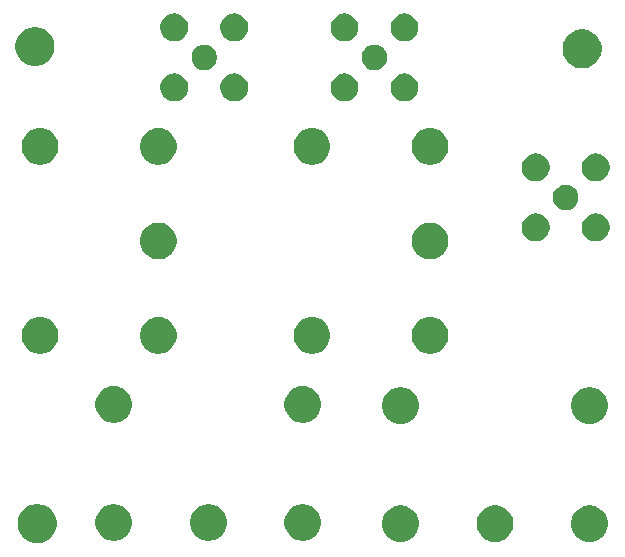
<source format=gbr>
G04 #@! TF.GenerationSoftware,KiCad,Pcbnew,(5.1.5)-3*
G04 #@! TF.CreationDate,2020-09-02T12:15:22+02:00*
G04 #@! TF.ProjectId,mixer,6d697865-722e-46b6-9963-61645f706362,rev?*
G04 #@! TF.SameCoordinates,Original*
G04 #@! TF.FileFunction,Soldermask,Bot*
G04 #@! TF.FilePolarity,Negative*
%FSLAX46Y46*%
G04 Gerber Fmt 4.6, Leading zero omitted, Abs format (unit mm)*
G04 Created by KiCad (PCBNEW (5.1.5)-3) date 2020-09-02 12:15:22*
%MOMM*%
%LPD*%
G04 APERTURE LIST*
%ADD10C,0.100000*%
G04 APERTURE END LIST*
D10*
G36*
X63694916Y-116978818D02*
G01*
X63801239Y-116999967D01*
X63920194Y-117049240D01*
X64082674Y-117116541D01*
X64101702Y-117124423D01*
X64372111Y-117305105D01*
X64602075Y-117535069D01*
X64782757Y-117805478D01*
X64907213Y-118105941D01*
X64970660Y-118424911D01*
X64970660Y-118750129D01*
X64907213Y-119069099D01*
X64782757Y-119369562D01*
X64602075Y-119639971D01*
X64372111Y-119869935D01*
X64101702Y-120050617D01*
X63801239Y-120175073D01*
X63694916Y-120196222D01*
X63482271Y-120238520D01*
X63157049Y-120238520D01*
X62944404Y-120196222D01*
X62838081Y-120175073D01*
X62537618Y-120050617D01*
X62267209Y-119869935D01*
X62037245Y-119639971D01*
X61856563Y-119369562D01*
X61732107Y-119069099D01*
X61668660Y-118750129D01*
X61668660Y-118424911D01*
X61732107Y-118105941D01*
X61856563Y-117805478D01*
X62037245Y-117535069D01*
X62267209Y-117305105D01*
X62537618Y-117124423D01*
X62556647Y-117116541D01*
X62719126Y-117049240D01*
X62838081Y-116999967D01*
X62944404Y-116978818D01*
X63157049Y-116936520D01*
X63482271Y-116936520D01*
X63694916Y-116978818D01*
G37*
G36*
X110388725Y-117079042D02*
G01*
X110538550Y-117108844D01*
X110820814Y-117225761D01*
X111074845Y-117395499D01*
X111290881Y-117611535D01*
X111460619Y-117865566D01*
X111577536Y-118147830D01*
X111577536Y-118147831D01*
X111632651Y-118424909D01*
X111637140Y-118447480D01*
X111637140Y-118753000D01*
X111577536Y-119052650D01*
X111460619Y-119334914D01*
X111290881Y-119588945D01*
X111074845Y-119804981D01*
X110820814Y-119974719D01*
X110538550Y-120091636D01*
X110388725Y-120121438D01*
X110238901Y-120151240D01*
X109933379Y-120151240D01*
X109783555Y-120121438D01*
X109633730Y-120091636D01*
X109351466Y-119974719D01*
X109097435Y-119804981D01*
X108881399Y-119588945D01*
X108711661Y-119334914D01*
X108594744Y-119052650D01*
X108535140Y-118753000D01*
X108535140Y-118447480D01*
X108539630Y-118424909D01*
X108594744Y-118147831D01*
X108594744Y-118147830D01*
X108711661Y-117865566D01*
X108881399Y-117611535D01*
X109097435Y-117395499D01*
X109351466Y-117225761D01*
X109633730Y-117108844D01*
X109783555Y-117079042D01*
X109933379Y-117049240D01*
X110238901Y-117049240D01*
X110388725Y-117079042D01*
G37*
G36*
X94388725Y-117079042D02*
G01*
X94538550Y-117108844D01*
X94820814Y-117225761D01*
X95074845Y-117395499D01*
X95290881Y-117611535D01*
X95460619Y-117865566D01*
X95577536Y-118147830D01*
X95577536Y-118147831D01*
X95632651Y-118424909D01*
X95637140Y-118447480D01*
X95637140Y-118753000D01*
X95577536Y-119052650D01*
X95460619Y-119334914D01*
X95290881Y-119588945D01*
X95074845Y-119804981D01*
X94820814Y-119974719D01*
X94538550Y-120091636D01*
X94388725Y-120121438D01*
X94238901Y-120151240D01*
X93933379Y-120151240D01*
X93783555Y-120121438D01*
X93633730Y-120091636D01*
X93351466Y-119974719D01*
X93097435Y-119804981D01*
X92881399Y-119588945D01*
X92711661Y-119334914D01*
X92594744Y-119052650D01*
X92535140Y-118753000D01*
X92535140Y-118447480D01*
X92539630Y-118424909D01*
X92594744Y-118147831D01*
X92594744Y-118147830D01*
X92711661Y-117865566D01*
X92881399Y-117611535D01*
X93097435Y-117395499D01*
X93351466Y-117225761D01*
X93633730Y-117108844D01*
X93783555Y-117079042D01*
X93933379Y-117049240D01*
X94238901Y-117049240D01*
X94388725Y-117079042D01*
G37*
G36*
X102388725Y-117079042D02*
G01*
X102538550Y-117108844D01*
X102820814Y-117225761D01*
X103074845Y-117395499D01*
X103290881Y-117611535D01*
X103460619Y-117865566D01*
X103577536Y-118147830D01*
X103577536Y-118147831D01*
X103632651Y-118424909D01*
X103637140Y-118447480D01*
X103637140Y-118753000D01*
X103577536Y-119052650D01*
X103460619Y-119334914D01*
X103290881Y-119588945D01*
X103074845Y-119804981D01*
X102820814Y-119974719D01*
X102538550Y-120091636D01*
X102388725Y-120121438D01*
X102238901Y-120151240D01*
X101933379Y-120151240D01*
X101783555Y-120121438D01*
X101633730Y-120091636D01*
X101351466Y-119974719D01*
X101097435Y-119804981D01*
X100881399Y-119588945D01*
X100711661Y-119334914D01*
X100594744Y-119052650D01*
X100535140Y-118753000D01*
X100535140Y-118447480D01*
X100539630Y-118424909D01*
X100594744Y-118147831D01*
X100594744Y-118147830D01*
X100711661Y-117865566D01*
X100881399Y-117611535D01*
X101097435Y-117395499D01*
X101351466Y-117225761D01*
X101633730Y-117108844D01*
X101783555Y-117079042D01*
X101933379Y-117049240D01*
X102238901Y-117049240D01*
X102388725Y-117079042D01*
G37*
G36*
X70116485Y-116969822D02*
G01*
X70266310Y-116999624D01*
X70548574Y-117116541D01*
X70802605Y-117286279D01*
X71018641Y-117502315D01*
X71188379Y-117756346D01*
X71305296Y-118038610D01*
X71364900Y-118338260D01*
X71364900Y-118643780D01*
X71305296Y-118943430D01*
X71188379Y-119225694D01*
X71018641Y-119479725D01*
X70802605Y-119695761D01*
X70548574Y-119865499D01*
X70266310Y-119982416D01*
X70116485Y-120012218D01*
X69966661Y-120042020D01*
X69661139Y-120042020D01*
X69511315Y-120012218D01*
X69361490Y-119982416D01*
X69079226Y-119865499D01*
X68825195Y-119695761D01*
X68609159Y-119479725D01*
X68439421Y-119225694D01*
X68322504Y-118943430D01*
X68262900Y-118643780D01*
X68262900Y-118338260D01*
X68322504Y-118038610D01*
X68439421Y-117756346D01*
X68609159Y-117502315D01*
X68825195Y-117286279D01*
X69079226Y-117116541D01*
X69361490Y-116999624D01*
X69511315Y-116969822D01*
X69661139Y-116940020D01*
X69966661Y-116940020D01*
X70116485Y-116969822D01*
G37*
G36*
X86116485Y-116969822D02*
G01*
X86266310Y-116999624D01*
X86548574Y-117116541D01*
X86802605Y-117286279D01*
X87018641Y-117502315D01*
X87188379Y-117756346D01*
X87305296Y-118038610D01*
X87364900Y-118338260D01*
X87364900Y-118643780D01*
X87305296Y-118943430D01*
X87188379Y-119225694D01*
X87018641Y-119479725D01*
X86802605Y-119695761D01*
X86548574Y-119865499D01*
X86266310Y-119982416D01*
X86116485Y-120012218D01*
X85966661Y-120042020D01*
X85661139Y-120042020D01*
X85511315Y-120012218D01*
X85361490Y-119982416D01*
X85079226Y-119865499D01*
X84825195Y-119695761D01*
X84609159Y-119479725D01*
X84439421Y-119225694D01*
X84322504Y-118943430D01*
X84262900Y-118643780D01*
X84262900Y-118338260D01*
X84322504Y-118038610D01*
X84439421Y-117756346D01*
X84609159Y-117502315D01*
X84825195Y-117286279D01*
X85079226Y-117116541D01*
X85361490Y-116999624D01*
X85511315Y-116969822D01*
X85661139Y-116940020D01*
X85966661Y-116940020D01*
X86116485Y-116969822D01*
G37*
G36*
X78116485Y-116969822D02*
G01*
X78266310Y-116999624D01*
X78548574Y-117116541D01*
X78802605Y-117286279D01*
X79018641Y-117502315D01*
X79188379Y-117756346D01*
X79305296Y-118038610D01*
X79364900Y-118338260D01*
X79364900Y-118643780D01*
X79305296Y-118943430D01*
X79188379Y-119225694D01*
X79018641Y-119479725D01*
X78802605Y-119695761D01*
X78548574Y-119865499D01*
X78266310Y-119982416D01*
X78116485Y-120012218D01*
X77966661Y-120042020D01*
X77661139Y-120042020D01*
X77511315Y-120012218D01*
X77361490Y-119982416D01*
X77079226Y-119865499D01*
X76825195Y-119695761D01*
X76609159Y-119479725D01*
X76439421Y-119225694D01*
X76322504Y-118943430D01*
X76262900Y-118643780D01*
X76262900Y-118338260D01*
X76322504Y-118038610D01*
X76439421Y-117756346D01*
X76609159Y-117502315D01*
X76825195Y-117286279D01*
X77079226Y-117116541D01*
X77361490Y-116999624D01*
X77511315Y-116969822D01*
X77661139Y-116940020D01*
X77966661Y-116940020D01*
X78116485Y-116969822D01*
G37*
G36*
X110388725Y-107079042D02*
G01*
X110538550Y-107108844D01*
X110820814Y-107225761D01*
X111074845Y-107395499D01*
X111290881Y-107611535D01*
X111460619Y-107865566D01*
X111577536Y-108147830D01*
X111637140Y-108447480D01*
X111637140Y-108753000D01*
X111577536Y-109052650D01*
X111460619Y-109334914D01*
X111290881Y-109588945D01*
X111074845Y-109804981D01*
X110820814Y-109974719D01*
X110538550Y-110091636D01*
X110388725Y-110121438D01*
X110238901Y-110151240D01*
X109933379Y-110151240D01*
X109783555Y-110121438D01*
X109633730Y-110091636D01*
X109351466Y-109974719D01*
X109097435Y-109804981D01*
X108881399Y-109588945D01*
X108711661Y-109334914D01*
X108594744Y-109052650D01*
X108535140Y-108753000D01*
X108535140Y-108447480D01*
X108594744Y-108147830D01*
X108711661Y-107865566D01*
X108881399Y-107611535D01*
X109097435Y-107395499D01*
X109351466Y-107225761D01*
X109633730Y-107108844D01*
X109783555Y-107079042D01*
X109933379Y-107049240D01*
X110238901Y-107049240D01*
X110388725Y-107079042D01*
G37*
G36*
X94388725Y-107079042D02*
G01*
X94538550Y-107108844D01*
X94820814Y-107225761D01*
X95074845Y-107395499D01*
X95290881Y-107611535D01*
X95460619Y-107865566D01*
X95577536Y-108147830D01*
X95637140Y-108447480D01*
X95637140Y-108753000D01*
X95577536Y-109052650D01*
X95460619Y-109334914D01*
X95290881Y-109588945D01*
X95074845Y-109804981D01*
X94820814Y-109974719D01*
X94538550Y-110091636D01*
X94388725Y-110121438D01*
X94238901Y-110151240D01*
X93933379Y-110151240D01*
X93783555Y-110121438D01*
X93633730Y-110091636D01*
X93351466Y-109974719D01*
X93097435Y-109804981D01*
X92881399Y-109588945D01*
X92711661Y-109334914D01*
X92594744Y-109052650D01*
X92535140Y-108753000D01*
X92535140Y-108447480D01*
X92594744Y-108147830D01*
X92711661Y-107865566D01*
X92881399Y-107611535D01*
X93097435Y-107395499D01*
X93351466Y-107225761D01*
X93633730Y-107108844D01*
X93783555Y-107079042D01*
X93933379Y-107049240D01*
X94238901Y-107049240D01*
X94388725Y-107079042D01*
G37*
G36*
X70116485Y-106969822D02*
G01*
X70266310Y-106999624D01*
X70548574Y-107116541D01*
X70802605Y-107286279D01*
X71018641Y-107502315D01*
X71188379Y-107756346D01*
X71305296Y-108038610D01*
X71364900Y-108338260D01*
X71364900Y-108643780D01*
X71305296Y-108943430D01*
X71188379Y-109225694D01*
X71018641Y-109479725D01*
X70802605Y-109695761D01*
X70548574Y-109865499D01*
X70266310Y-109982416D01*
X70116485Y-110012218D01*
X69966661Y-110042020D01*
X69661139Y-110042020D01*
X69511315Y-110012218D01*
X69361490Y-109982416D01*
X69079226Y-109865499D01*
X68825195Y-109695761D01*
X68609159Y-109479725D01*
X68439421Y-109225694D01*
X68322504Y-108943430D01*
X68262900Y-108643780D01*
X68262900Y-108338260D01*
X68322504Y-108038610D01*
X68439421Y-107756346D01*
X68609159Y-107502315D01*
X68825195Y-107286279D01*
X69079226Y-107116541D01*
X69361490Y-106999624D01*
X69511315Y-106969822D01*
X69661139Y-106940020D01*
X69966661Y-106940020D01*
X70116485Y-106969822D01*
G37*
G36*
X86116485Y-106969822D02*
G01*
X86266310Y-106999624D01*
X86548574Y-107116541D01*
X86802605Y-107286279D01*
X87018641Y-107502315D01*
X87188379Y-107756346D01*
X87305296Y-108038610D01*
X87364900Y-108338260D01*
X87364900Y-108643780D01*
X87305296Y-108943430D01*
X87188379Y-109225694D01*
X87018641Y-109479725D01*
X86802605Y-109695761D01*
X86548574Y-109865499D01*
X86266310Y-109982416D01*
X86116485Y-110012218D01*
X85966661Y-110042020D01*
X85661139Y-110042020D01*
X85511315Y-110012218D01*
X85361490Y-109982416D01*
X85079226Y-109865499D01*
X84825195Y-109695761D01*
X84609159Y-109479725D01*
X84439421Y-109225694D01*
X84322504Y-108943430D01*
X84262900Y-108643780D01*
X84262900Y-108338260D01*
X84322504Y-108038610D01*
X84439421Y-107756346D01*
X84609159Y-107502315D01*
X84825195Y-107286279D01*
X85079226Y-107116541D01*
X85361490Y-106999624D01*
X85511315Y-106969822D01*
X85661139Y-106940020D01*
X85966661Y-106940020D01*
X86116485Y-106969822D01*
G37*
G36*
X73876245Y-101130902D02*
G01*
X74026070Y-101160704D01*
X74308334Y-101277621D01*
X74562365Y-101447359D01*
X74778401Y-101663395D01*
X74948139Y-101917426D01*
X75065056Y-102199690D01*
X75124660Y-102499340D01*
X75124660Y-102804860D01*
X75065056Y-103104510D01*
X74948139Y-103386774D01*
X74778401Y-103640805D01*
X74562365Y-103856841D01*
X74308334Y-104026579D01*
X74026070Y-104143496D01*
X73876245Y-104173298D01*
X73726421Y-104203100D01*
X73420899Y-104203100D01*
X73271075Y-104173298D01*
X73121250Y-104143496D01*
X72838986Y-104026579D01*
X72584955Y-103856841D01*
X72368919Y-103640805D01*
X72199181Y-103386774D01*
X72082264Y-103104510D01*
X72022660Y-102804860D01*
X72022660Y-102499340D01*
X72082264Y-102199690D01*
X72199181Y-101917426D01*
X72368919Y-101663395D01*
X72584955Y-101447359D01*
X72838986Y-101277621D01*
X73121250Y-101160704D01*
X73271075Y-101130902D01*
X73420899Y-101101100D01*
X73726421Y-101101100D01*
X73876245Y-101130902D01*
G37*
G36*
X86883565Y-101130902D02*
G01*
X87033390Y-101160704D01*
X87315654Y-101277621D01*
X87569685Y-101447359D01*
X87785721Y-101663395D01*
X87955459Y-101917426D01*
X88072376Y-102199690D01*
X88131980Y-102499340D01*
X88131980Y-102804860D01*
X88072376Y-103104510D01*
X87955459Y-103386774D01*
X87785721Y-103640805D01*
X87569685Y-103856841D01*
X87315654Y-104026579D01*
X87033390Y-104143496D01*
X86883565Y-104173298D01*
X86733741Y-104203100D01*
X86428219Y-104203100D01*
X86278395Y-104173298D01*
X86128570Y-104143496D01*
X85846306Y-104026579D01*
X85592275Y-103856841D01*
X85376239Y-103640805D01*
X85206501Y-103386774D01*
X85089584Y-103104510D01*
X85029980Y-102804860D01*
X85029980Y-102499340D01*
X85089584Y-102199690D01*
X85206501Y-101917426D01*
X85376239Y-101663395D01*
X85592275Y-101447359D01*
X85846306Y-101277621D01*
X86128570Y-101160704D01*
X86278395Y-101130902D01*
X86428219Y-101101100D01*
X86733741Y-101101100D01*
X86883565Y-101130902D01*
G37*
G36*
X96883565Y-101130902D02*
G01*
X97033390Y-101160704D01*
X97315654Y-101277621D01*
X97569685Y-101447359D01*
X97785721Y-101663395D01*
X97955459Y-101917426D01*
X98072376Y-102199690D01*
X98131980Y-102499340D01*
X98131980Y-102804860D01*
X98072376Y-103104510D01*
X97955459Y-103386774D01*
X97785721Y-103640805D01*
X97569685Y-103856841D01*
X97315654Y-104026579D01*
X97033390Y-104143496D01*
X96883565Y-104173298D01*
X96733741Y-104203100D01*
X96428219Y-104203100D01*
X96278395Y-104173298D01*
X96128570Y-104143496D01*
X95846306Y-104026579D01*
X95592275Y-103856841D01*
X95376239Y-103640805D01*
X95206501Y-103386774D01*
X95089584Y-103104510D01*
X95029980Y-102804860D01*
X95029980Y-102499340D01*
X95089584Y-102199690D01*
X95206501Y-101917426D01*
X95376239Y-101663395D01*
X95592275Y-101447359D01*
X95846306Y-101277621D01*
X96128570Y-101160704D01*
X96278395Y-101130902D01*
X96428219Y-101101100D01*
X96733741Y-101101100D01*
X96883565Y-101130902D01*
G37*
G36*
X63876245Y-101130902D02*
G01*
X64026070Y-101160704D01*
X64308334Y-101277621D01*
X64562365Y-101447359D01*
X64778401Y-101663395D01*
X64948139Y-101917426D01*
X65065056Y-102199690D01*
X65124660Y-102499340D01*
X65124660Y-102804860D01*
X65065056Y-103104510D01*
X64948139Y-103386774D01*
X64778401Y-103640805D01*
X64562365Y-103856841D01*
X64308334Y-104026579D01*
X64026070Y-104143496D01*
X63876245Y-104173298D01*
X63726421Y-104203100D01*
X63420899Y-104203100D01*
X63271075Y-104173298D01*
X63121250Y-104143496D01*
X62838986Y-104026579D01*
X62584955Y-103856841D01*
X62368919Y-103640805D01*
X62199181Y-103386774D01*
X62082264Y-103104510D01*
X62022660Y-102804860D01*
X62022660Y-102499340D01*
X62082264Y-102199690D01*
X62199181Y-101917426D01*
X62368919Y-101663395D01*
X62584955Y-101447359D01*
X62838986Y-101277621D01*
X63121250Y-101160704D01*
X63271075Y-101130902D01*
X63420899Y-101101100D01*
X63726421Y-101101100D01*
X63876245Y-101130902D01*
G37*
G36*
X96883565Y-93130902D02*
G01*
X97033390Y-93160704D01*
X97315654Y-93277621D01*
X97569685Y-93447359D01*
X97785721Y-93663395D01*
X97955459Y-93917426D01*
X98072376Y-94199690D01*
X98131980Y-94499340D01*
X98131980Y-94804860D01*
X98072376Y-95104510D01*
X97955459Y-95386774D01*
X97785721Y-95640805D01*
X97569685Y-95856841D01*
X97315654Y-96026579D01*
X97033390Y-96143496D01*
X96883565Y-96173298D01*
X96733741Y-96203100D01*
X96428219Y-96203100D01*
X96278395Y-96173298D01*
X96128570Y-96143496D01*
X95846306Y-96026579D01*
X95592275Y-95856841D01*
X95376239Y-95640805D01*
X95206501Y-95386774D01*
X95089584Y-95104510D01*
X95029980Y-94804860D01*
X95029980Y-94499340D01*
X95089584Y-94199690D01*
X95206501Y-93917426D01*
X95376239Y-93663395D01*
X95592275Y-93447359D01*
X95846306Y-93277621D01*
X96128570Y-93160704D01*
X96278395Y-93130902D01*
X96428219Y-93101100D01*
X96733741Y-93101100D01*
X96883565Y-93130902D01*
G37*
G36*
X73876245Y-93130902D02*
G01*
X74026070Y-93160704D01*
X74308334Y-93277621D01*
X74562365Y-93447359D01*
X74778401Y-93663395D01*
X74948139Y-93917426D01*
X75065056Y-94199690D01*
X75124660Y-94499340D01*
X75124660Y-94804860D01*
X75065056Y-95104510D01*
X74948139Y-95386774D01*
X74778401Y-95640805D01*
X74562365Y-95856841D01*
X74308334Y-96026579D01*
X74026070Y-96143496D01*
X73876245Y-96173298D01*
X73726421Y-96203100D01*
X73420899Y-96203100D01*
X73271075Y-96173298D01*
X73121250Y-96143496D01*
X72838986Y-96026579D01*
X72584955Y-95856841D01*
X72368919Y-95640805D01*
X72199181Y-95386774D01*
X72082264Y-95104510D01*
X72022660Y-94804860D01*
X72022660Y-94499340D01*
X72082264Y-94199690D01*
X72199181Y-93917426D01*
X72368919Y-93663395D01*
X72584955Y-93447359D01*
X72838986Y-93277621D01*
X73121250Y-93160704D01*
X73271075Y-93130902D01*
X73420899Y-93101100D01*
X73726421Y-93101100D01*
X73876245Y-93130902D01*
G37*
G36*
X110806020Y-92344084D02*
G01*
X110957487Y-92374213D01*
X111171505Y-92462862D01*
X111171506Y-92462863D01*
X111364114Y-92591559D01*
X111527921Y-92755366D01*
X111613718Y-92883771D01*
X111656618Y-92947975D01*
X111745267Y-93161993D01*
X111745267Y-93161995D01*
X111790460Y-93389193D01*
X111790460Y-93620847D01*
X111781996Y-93663396D01*
X111745267Y-93848047D01*
X111656618Y-94062065D01*
X111656617Y-94062066D01*
X111527921Y-94254674D01*
X111364114Y-94418481D01*
X111243101Y-94499339D01*
X111171505Y-94547178D01*
X110957487Y-94635827D01*
X110806020Y-94665956D01*
X110730287Y-94681020D01*
X110498633Y-94681020D01*
X110422900Y-94665956D01*
X110271433Y-94635827D01*
X110057415Y-94547178D01*
X109985819Y-94499339D01*
X109864806Y-94418481D01*
X109700999Y-94254674D01*
X109572303Y-94062066D01*
X109572302Y-94062065D01*
X109483653Y-93848047D01*
X109446924Y-93663396D01*
X109438460Y-93620847D01*
X109438460Y-93389193D01*
X109483653Y-93161995D01*
X109483653Y-93161993D01*
X109572302Y-92947975D01*
X109615202Y-92883771D01*
X109700999Y-92755366D01*
X109864806Y-92591559D01*
X110057414Y-92462863D01*
X110057415Y-92462862D01*
X110271433Y-92374213D01*
X110422900Y-92344084D01*
X110498633Y-92329020D01*
X110730287Y-92329020D01*
X110806020Y-92344084D01*
G37*
G36*
X105726020Y-92344084D02*
G01*
X105877487Y-92374213D01*
X106091505Y-92462862D01*
X106091506Y-92462863D01*
X106284114Y-92591559D01*
X106447921Y-92755366D01*
X106533718Y-92883771D01*
X106576618Y-92947975D01*
X106665267Y-93161993D01*
X106665267Y-93161995D01*
X106710460Y-93389193D01*
X106710460Y-93620847D01*
X106701996Y-93663396D01*
X106665267Y-93848047D01*
X106576618Y-94062065D01*
X106576617Y-94062066D01*
X106447921Y-94254674D01*
X106284114Y-94418481D01*
X106163101Y-94499339D01*
X106091505Y-94547178D01*
X105877487Y-94635827D01*
X105726020Y-94665956D01*
X105650287Y-94681020D01*
X105418633Y-94681020D01*
X105342900Y-94665956D01*
X105191433Y-94635827D01*
X104977415Y-94547178D01*
X104905819Y-94499339D01*
X104784806Y-94418481D01*
X104620999Y-94254674D01*
X104492303Y-94062066D01*
X104492302Y-94062065D01*
X104403653Y-93848047D01*
X104366924Y-93663396D01*
X104358460Y-93620847D01*
X104358460Y-93389193D01*
X104403653Y-93161995D01*
X104403653Y-93161993D01*
X104492302Y-92947975D01*
X104535202Y-92883771D01*
X104620999Y-92755366D01*
X104784806Y-92591559D01*
X104977414Y-92462863D01*
X104977415Y-92462862D01*
X105191433Y-92374213D01*
X105342900Y-92344084D01*
X105418633Y-92329020D01*
X105650287Y-92329020D01*
X105726020Y-92344084D01*
G37*
G36*
X108249731Y-89902803D02*
G01*
X108388318Y-89930370D01*
X108584137Y-90011481D01*
X108760370Y-90129236D01*
X108910244Y-90279110D01*
X109027999Y-90455343D01*
X109109110Y-90651162D01*
X109150460Y-90859043D01*
X109150460Y-91070997D01*
X109109110Y-91278878D01*
X109027999Y-91474697D01*
X108910244Y-91650930D01*
X108760370Y-91800804D01*
X108584137Y-91918559D01*
X108388318Y-91999670D01*
X108249731Y-92027237D01*
X108180438Y-92041020D01*
X107968482Y-92041020D01*
X107899189Y-92027237D01*
X107760602Y-91999670D01*
X107564783Y-91918559D01*
X107388550Y-91800804D01*
X107238676Y-91650930D01*
X107120921Y-91474697D01*
X107039810Y-91278878D01*
X106998460Y-91070997D01*
X106998460Y-90859043D01*
X107039810Y-90651162D01*
X107120921Y-90455343D01*
X107238676Y-90279110D01*
X107388550Y-90129236D01*
X107564783Y-90011481D01*
X107760602Y-89930370D01*
X107899189Y-89902803D01*
X107968482Y-89889020D01*
X108180438Y-89889020D01*
X108249731Y-89902803D01*
G37*
G36*
X105726020Y-87264084D02*
G01*
X105877487Y-87294213D01*
X106091505Y-87382862D01*
X106155709Y-87425762D01*
X106284114Y-87511559D01*
X106447921Y-87675366D01*
X106533718Y-87803771D01*
X106576618Y-87867975D01*
X106665267Y-88081993D01*
X106710460Y-88309194D01*
X106710460Y-88540846D01*
X106665267Y-88768047D01*
X106576618Y-88982065D01*
X106576617Y-88982066D01*
X106447921Y-89174674D01*
X106284114Y-89338481D01*
X106155709Y-89424278D01*
X106091505Y-89467178D01*
X105877487Y-89555827D01*
X105726020Y-89585956D01*
X105650287Y-89601020D01*
X105418633Y-89601020D01*
X105342900Y-89585956D01*
X105191433Y-89555827D01*
X104977415Y-89467178D01*
X104913211Y-89424278D01*
X104784806Y-89338481D01*
X104620999Y-89174674D01*
X104492303Y-88982066D01*
X104492302Y-88982065D01*
X104403653Y-88768047D01*
X104358460Y-88540846D01*
X104358460Y-88309194D01*
X104403653Y-88081993D01*
X104492302Y-87867975D01*
X104535202Y-87803771D01*
X104620999Y-87675366D01*
X104784806Y-87511559D01*
X104913211Y-87425762D01*
X104977415Y-87382862D01*
X105191433Y-87294213D01*
X105342900Y-87264084D01*
X105418633Y-87249020D01*
X105650287Y-87249020D01*
X105726020Y-87264084D01*
G37*
G36*
X110806020Y-87264084D02*
G01*
X110957487Y-87294213D01*
X111171505Y-87382862D01*
X111235709Y-87425762D01*
X111364114Y-87511559D01*
X111527921Y-87675366D01*
X111613718Y-87803771D01*
X111656618Y-87867975D01*
X111745267Y-88081993D01*
X111790460Y-88309194D01*
X111790460Y-88540846D01*
X111745267Y-88768047D01*
X111656618Y-88982065D01*
X111656617Y-88982066D01*
X111527921Y-89174674D01*
X111364114Y-89338481D01*
X111235709Y-89424278D01*
X111171505Y-89467178D01*
X110957487Y-89555827D01*
X110806020Y-89585956D01*
X110730287Y-89601020D01*
X110498633Y-89601020D01*
X110422900Y-89585956D01*
X110271433Y-89555827D01*
X110057415Y-89467178D01*
X109993211Y-89424278D01*
X109864806Y-89338481D01*
X109700999Y-89174674D01*
X109572303Y-88982066D01*
X109572302Y-88982065D01*
X109483653Y-88768047D01*
X109438460Y-88540846D01*
X109438460Y-88309194D01*
X109483653Y-88081993D01*
X109572302Y-87867975D01*
X109615202Y-87803771D01*
X109700999Y-87675366D01*
X109864806Y-87511559D01*
X109993211Y-87425762D01*
X110057415Y-87382862D01*
X110271433Y-87294213D01*
X110422900Y-87264084D01*
X110498633Y-87249020D01*
X110730287Y-87249020D01*
X110806020Y-87264084D01*
G37*
G36*
X63876245Y-85130902D02*
G01*
X64026070Y-85160704D01*
X64308334Y-85277621D01*
X64562365Y-85447359D01*
X64778401Y-85663395D01*
X64948139Y-85917426D01*
X65065056Y-86199690D01*
X65124660Y-86499340D01*
X65124660Y-86804860D01*
X65065056Y-87104510D01*
X64948139Y-87386774D01*
X64778401Y-87640805D01*
X64562365Y-87856841D01*
X64308334Y-88026579D01*
X64026070Y-88143496D01*
X63876245Y-88173298D01*
X63726421Y-88203100D01*
X63420899Y-88203100D01*
X63271075Y-88173298D01*
X63121250Y-88143496D01*
X62838986Y-88026579D01*
X62584955Y-87856841D01*
X62368919Y-87640805D01*
X62199181Y-87386774D01*
X62082264Y-87104510D01*
X62022660Y-86804860D01*
X62022660Y-86499340D01*
X62082264Y-86199690D01*
X62199181Y-85917426D01*
X62368919Y-85663395D01*
X62584955Y-85447359D01*
X62838986Y-85277621D01*
X63121250Y-85160704D01*
X63271075Y-85130902D01*
X63420899Y-85101100D01*
X63726421Y-85101100D01*
X63876245Y-85130902D01*
G37*
G36*
X73876245Y-85130902D02*
G01*
X74026070Y-85160704D01*
X74308334Y-85277621D01*
X74562365Y-85447359D01*
X74778401Y-85663395D01*
X74948139Y-85917426D01*
X75065056Y-86199690D01*
X75124660Y-86499340D01*
X75124660Y-86804860D01*
X75065056Y-87104510D01*
X74948139Y-87386774D01*
X74778401Y-87640805D01*
X74562365Y-87856841D01*
X74308334Y-88026579D01*
X74026070Y-88143496D01*
X73876245Y-88173298D01*
X73726421Y-88203100D01*
X73420899Y-88203100D01*
X73271075Y-88173298D01*
X73121250Y-88143496D01*
X72838986Y-88026579D01*
X72584955Y-87856841D01*
X72368919Y-87640805D01*
X72199181Y-87386774D01*
X72082264Y-87104510D01*
X72022660Y-86804860D01*
X72022660Y-86499340D01*
X72082264Y-86199690D01*
X72199181Y-85917426D01*
X72368919Y-85663395D01*
X72584955Y-85447359D01*
X72838986Y-85277621D01*
X73121250Y-85160704D01*
X73271075Y-85130902D01*
X73420899Y-85101100D01*
X73726421Y-85101100D01*
X73876245Y-85130902D01*
G37*
G36*
X86883565Y-85130902D02*
G01*
X87033390Y-85160704D01*
X87315654Y-85277621D01*
X87569685Y-85447359D01*
X87785721Y-85663395D01*
X87955459Y-85917426D01*
X88072376Y-86199690D01*
X88131980Y-86499340D01*
X88131980Y-86804860D01*
X88072376Y-87104510D01*
X87955459Y-87386774D01*
X87785721Y-87640805D01*
X87569685Y-87856841D01*
X87315654Y-88026579D01*
X87033390Y-88143496D01*
X86883565Y-88173298D01*
X86733741Y-88203100D01*
X86428219Y-88203100D01*
X86278395Y-88173298D01*
X86128570Y-88143496D01*
X85846306Y-88026579D01*
X85592275Y-87856841D01*
X85376239Y-87640805D01*
X85206501Y-87386774D01*
X85089584Y-87104510D01*
X85029980Y-86804860D01*
X85029980Y-86499340D01*
X85089584Y-86199690D01*
X85206501Y-85917426D01*
X85376239Y-85663395D01*
X85592275Y-85447359D01*
X85846306Y-85277621D01*
X86128570Y-85160704D01*
X86278395Y-85130902D01*
X86428219Y-85101100D01*
X86733741Y-85101100D01*
X86883565Y-85130902D01*
G37*
G36*
X96883565Y-85130902D02*
G01*
X97033390Y-85160704D01*
X97315654Y-85277621D01*
X97569685Y-85447359D01*
X97785721Y-85663395D01*
X97955459Y-85917426D01*
X98072376Y-86199690D01*
X98131980Y-86499340D01*
X98131980Y-86804860D01*
X98072376Y-87104510D01*
X97955459Y-87386774D01*
X97785721Y-87640805D01*
X97569685Y-87856841D01*
X97315654Y-88026579D01*
X97033390Y-88143496D01*
X96883565Y-88173298D01*
X96733741Y-88203100D01*
X96428219Y-88203100D01*
X96278395Y-88173298D01*
X96128570Y-88143496D01*
X95846306Y-88026579D01*
X95592275Y-87856841D01*
X95376239Y-87640805D01*
X95206501Y-87386774D01*
X95089584Y-87104510D01*
X95029980Y-86804860D01*
X95029980Y-86499340D01*
X95089584Y-86199690D01*
X95206501Y-85917426D01*
X95376239Y-85663395D01*
X95592275Y-85447359D01*
X95846306Y-85277621D01*
X96128570Y-85160704D01*
X96278395Y-85130902D01*
X96428219Y-85101100D01*
X96733741Y-85101100D01*
X96883565Y-85130902D01*
G37*
G36*
X75121560Y-80489064D02*
G01*
X75273027Y-80519193D01*
X75487045Y-80607842D01*
X75487046Y-80607843D01*
X75679654Y-80736539D01*
X75843461Y-80900346D01*
X75929258Y-81028751D01*
X75972158Y-81092955D01*
X76060807Y-81306973D01*
X76106000Y-81534174D01*
X76106000Y-81765826D01*
X76060807Y-81993027D01*
X75972158Y-82207045D01*
X75972157Y-82207046D01*
X75843461Y-82399654D01*
X75679654Y-82563461D01*
X75551249Y-82649258D01*
X75487045Y-82692158D01*
X75273027Y-82780807D01*
X75121560Y-82810936D01*
X75045827Y-82826000D01*
X74814173Y-82826000D01*
X74738440Y-82810936D01*
X74586973Y-82780807D01*
X74372955Y-82692158D01*
X74308751Y-82649258D01*
X74180346Y-82563461D01*
X74016539Y-82399654D01*
X73887843Y-82207046D01*
X73887842Y-82207045D01*
X73799193Y-81993027D01*
X73754000Y-81765826D01*
X73754000Y-81534174D01*
X73799193Y-81306973D01*
X73887842Y-81092955D01*
X73930742Y-81028751D01*
X74016539Y-80900346D01*
X74180346Y-80736539D01*
X74372954Y-80607843D01*
X74372955Y-80607842D01*
X74586973Y-80519193D01*
X74738440Y-80489064D01*
X74814173Y-80474000D01*
X75045827Y-80474000D01*
X75121560Y-80489064D01*
G37*
G36*
X80201560Y-80489064D02*
G01*
X80353027Y-80519193D01*
X80567045Y-80607842D01*
X80567046Y-80607843D01*
X80759654Y-80736539D01*
X80923461Y-80900346D01*
X81009258Y-81028751D01*
X81052158Y-81092955D01*
X81140807Y-81306973D01*
X81186000Y-81534174D01*
X81186000Y-81765826D01*
X81140807Y-81993027D01*
X81052158Y-82207045D01*
X81052157Y-82207046D01*
X80923461Y-82399654D01*
X80759654Y-82563461D01*
X80631249Y-82649258D01*
X80567045Y-82692158D01*
X80353027Y-82780807D01*
X80201560Y-82810936D01*
X80125827Y-82826000D01*
X79894173Y-82826000D01*
X79818440Y-82810936D01*
X79666973Y-82780807D01*
X79452955Y-82692158D01*
X79388751Y-82649258D01*
X79260346Y-82563461D01*
X79096539Y-82399654D01*
X78967843Y-82207046D01*
X78967842Y-82207045D01*
X78879193Y-81993027D01*
X78834000Y-81765826D01*
X78834000Y-81534174D01*
X78879193Y-81306973D01*
X78967842Y-81092955D01*
X79010742Y-81028751D01*
X79096539Y-80900346D01*
X79260346Y-80736539D01*
X79452954Y-80607843D01*
X79452955Y-80607842D01*
X79666973Y-80519193D01*
X79818440Y-80489064D01*
X79894173Y-80474000D01*
X80125827Y-80474000D01*
X80201560Y-80489064D01*
G37*
G36*
X89531560Y-80489064D02*
G01*
X89683027Y-80519193D01*
X89897045Y-80607842D01*
X89897046Y-80607843D01*
X90089654Y-80736539D01*
X90253461Y-80900346D01*
X90339258Y-81028751D01*
X90382158Y-81092955D01*
X90470807Y-81306973D01*
X90516000Y-81534174D01*
X90516000Y-81765826D01*
X90470807Y-81993027D01*
X90382158Y-82207045D01*
X90382157Y-82207046D01*
X90253461Y-82399654D01*
X90089654Y-82563461D01*
X89961249Y-82649258D01*
X89897045Y-82692158D01*
X89683027Y-82780807D01*
X89531560Y-82810936D01*
X89455827Y-82826000D01*
X89224173Y-82826000D01*
X89148440Y-82810936D01*
X88996973Y-82780807D01*
X88782955Y-82692158D01*
X88718751Y-82649258D01*
X88590346Y-82563461D01*
X88426539Y-82399654D01*
X88297843Y-82207046D01*
X88297842Y-82207045D01*
X88209193Y-81993027D01*
X88164000Y-81765826D01*
X88164000Y-81534174D01*
X88209193Y-81306973D01*
X88297842Y-81092955D01*
X88340742Y-81028751D01*
X88426539Y-80900346D01*
X88590346Y-80736539D01*
X88782954Y-80607843D01*
X88782955Y-80607842D01*
X88996973Y-80519193D01*
X89148440Y-80489064D01*
X89224173Y-80474000D01*
X89455827Y-80474000D01*
X89531560Y-80489064D01*
G37*
G36*
X94611560Y-80489064D02*
G01*
X94763027Y-80519193D01*
X94977045Y-80607842D01*
X94977046Y-80607843D01*
X95169654Y-80736539D01*
X95333461Y-80900346D01*
X95419258Y-81028751D01*
X95462158Y-81092955D01*
X95550807Y-81306973D01*
X95596000Y-81534174D01*
X95596000Y-81765826D01*
X95550807Y-81993027D01*
X95462158Y-82207045D01*
X95462157Y-82207046D01*
X95333461Y-82399654D01*
X95169654Y-82563461D01*
X95041249Y-82649258D01*
X94977045Y-82692158D01*
X94763027Y-82780807D01*
X94611560Y-82810936D01*
X94535827Y-82826000D01*
X94304173Y-82826000D01*
X94228440Y-82810936D01*
X94076973Y-82780807D01*
X93862955Y-82692158D01*
X93798751Y-82649258D01*
X93670346Y-82563461D01*
X93506539Y-82399654D01*
X93377843Y-82207046D01*
X93377842Y-82207045D01*
X93289193Y-81993027D01*
X93244000Y-81765826D01*
X93244000Y-81534174D01*
X93289193Y-81306973D01*
X93377842Y-81092955D01*
X93420742Y-81028751D01*
X93506539Y-80900346D01*
X93670346Y-80736539D01*
X93862954Y-80607843D01*
X93862955Y-80607842D01*
X94076973Y-80519193D01*
X94228440Y-80489064D01*
X94304173Y-80474000D01*
X94535827Y-80474000D01*
X94611560Y-80489064D01*
G37*
G36*
X77645271Y-78047783D02*
G01*
X77783858Y-78075350D01*
X77979677Y-78156461D01*
X78155910Y-78274216D01*
X78305784Y-78424090D01*
X78423539Y-78600323D01*
X78504650Y-78796142D01*
X78532217Y-78934729D01*
X78546000Y-79004022D01*
X78546000Y-79215978D01*
X78532217Y-79285271D01*
X78504650Y-79423858D01*
X78423539Y-79619677D01*
X78305784Y-79795910D01*
X78155910Y-79945784D01*
X77979677Y-80063539D01*
X77783858Y-80144650D01*
X77645271Y-80172217D01*
X77575978Y-80186000D01*
X77364022Y-80186000D01*
X77294729Y-80172217D01*
X77156142Y-80144650D01*
X76960323Y-80063539D01*
X76784090Y-79945784D01*
X76634216Y-79795910D01*
X76516461Y-79619677D01*
X76435350Y-79423858D01*
X76407783Y-79285271D01*
X76394000Y-79215978D01*
X76394000Y-79004022D01*
X76407783Y-78934729D01*
X76435350Y-78796142D01*
X76516461Y-78600323D01*
X76634216Y-78424090D01*
X76784090Y-78274216D01*
X76960323Y-78156461D01*
X77156142Y-78075350D01*
X77294729Y-78047783D01*
X77364022Y-78034000D01*
X77575978Y-78034000D01*
X77645271Y-78047783D01*
G37*
G36*
X92055271Y-78047783D02*
G01*
X92193858Y-78075350D01*
X92389677Y-78156461D01*
X92565910Y-78274216D01*
X92715784Y-78424090D01*
X92833539Y-78600323D01*
X92914650Y-78796142D01*
X92942217Y-78934729D01*
X92956000Y-79004022D01*
X92956000Y-79215978D01*
X92942217Y-79285271D01*
X92914650Y-79423858D01*
X92833539Y-79619677D01*
X92715784Y-79795910D01*
X92565910Y-79945784D01*
X92389677Y-80063539D01*
X92193858Y-80144650D01*
X92055271Y-80172217D01*
X91985978Y-80186000D01*
X91774022Y-80186000D01*
X91704729Y-80172217D01*
X91566142Y-80144650D01*
X91370323Y-80063539D01*
X91194090Y-79945784D01*
X91044216Y-79795910D01*
X90926461Y-79619677D01*
X90845350Y-79423858D01*
X90817783Y-79285271D01*
X90804000Y-79215978D01*
X90804000Y-79004022D01*
X90817783Y-78934729D01*
X90845350Y-78796142D01*
X90926461Y-78600323D01*
X91044216Y-78424090D01*
X91194090Y-78274216D01*
X91370323Y-78156461D01*
X91566142Y-78075350D01*
X91704729Y-78047783D01*
X91774022Y-78034000D01*
X91985978Y-78034000D01*
X92055271Y-78047783D01*
G37*
G36*
X109831476Y-76778238D02*
G01*
X109937799Y-76799387D01*
X110238262Y-76923843D01*
X110508671Y-77104525D01*
X110738635Y-77334489D01*
X110838174Y-77483459D01*
X110919318Y-77604900D01*
X111043773Y-77905362D01*
X111107220Y-78224329D01*
X111107220Y-78549551D01*
X111082676Y-78672939D01*
X111043773Y-78868519D01*
X110919317Y-79168982D01*
X110738635Y-79439391D01*
X110508671Y-79669355D01*
X110238262Y-79850037D01*
X109937799Y-79974493D01*
X109831476Y-79995642D01*
X109618831Y-80037940D01*
X109293609Y-80037940D01*
X109080964Y-79995642D01*
X108974641Y-79974493D01*
X108674178Y-79850037D01*
X108403769Y-79669355D01*
X108173805Y-79439391D01*
X107993123Y-79168982D01*
X107868667Y-78868519D01*
X107829764Y-78672939D01*
X107805220Y-78549551D01*
X107805220Y-78224329D01*
X107868667Y-77905362D01*
X107993122Y-77604900D01*
X108074266Y-77483459D01*
X108173805Y-77334489D01*
X108403769Y-77104525D01*
X108674178Y-76923843D01*
X108974641Y-76799387D01*
X109080964Y-76778238D01*
X109293609Y-76735940D01*
X109618831Y-76735940D01*
X109831476Y-76778238D01*
G37*
G36*
X63514576Y-76582658D02*
G01*
X63620899Y-76603807D01*
X63921362Y-76728263D01*
X64191771Y-76908945D01*
X64421735Y-77138909D01*
X64602417Y-77409318D01*
X64723156Y-77700807D01*
X64726873Y-77709782D01*
X64790320Y-78028749D01*
X64790320Y-78353971D01*
X64751417Y-78549549D01*
X64726873Y-78672939D01*
X64602417Y-78973402D01*
X64421735Y-79243811D01*
X64191771Y-79473775D01*
X63921362Y-79654457D01*
X63620899Y-79778913D01*
X63535464Y-79795907D01*
X63301931Y-79842360D01*
X62976709Y-79842360D01*
X62743176Y-79795907D01*
X62657741Y-79778913D01*
X62357278Y-79654457D01*
X62086869Y-79473775D01*
X61856905Y-79243811D01*
X61676223Y-78973402D01*
X61551767Y-78672939D01*
X61527223Y-78549549D01*
X61488320Y-78353971D01*
X61488320Y-78028749D01*
X61551767Y-77709782D01*
X61555485Y-77700807D01*
X61676223Y-77409318D01*
X61856905Y-77138909D01*
X62086869Y-76908945D01*
X62357278Y-76728263D01*
X62657741Y-76603807D01*
X62764064Y-76582658D01*
X62976709Y-76540360D01*
X63301931Y-76540360D01*
X63514576Y-76582658D01*
G37*
G36*
X94611560Y-75409064D02*
G01*
X94763027Y-75439193D01*
X94977045Y-75527842D01*
X94977046Y-75527843D01*
X95169654Y-75656539D01*
X95333461Y-75820346D01*
X95419258Y-75948751D01*
X95462158Y-76012955D01*
X95550807Y-76226973D01*
X95596000Y-76454174D01*
X95596000Y-76685826D01*
X95550807Y-76913027D01*
X95462158Y-77127045D01*
X95454229Y-77138911D01*
X95333461Y-77319654D01*
X95169654Y-77483461D01*
X95041249Y-77569258D01*
X94977045Y-77612158D01*
X94763027Y-77700807D01*
X94611560Y-77730936D01*
X94535827Y-77746000D01*
X94304173Y-77746000D01*
X94228440Y-77730936D01*
X94076973Y-77700807D01*
X93862955Y-77612158D01*
X93798751Y-77569258D01*
X93670346Y-77483461D01*
X93506539Y-77319654D01*
X93385771Y-77138911D01*
X93377842Y-77127045D01*
X93289193Y-76913027D01*
X93244000Y-76685826D01*
X93244000Y-76454174D01*
X93289193Y-76226973D01*
X93377842Y-76012955D01*
X93420742Y-75948751D01*
X93506539Y-75820346D01*
X93670346Y-75656539D01*
X93862954Y-75527843D01*
X93862955Y-75527842D01*
X94076973Y-75439193D01*
X94228440Y-75409064D01*
X94304173Y-75394000D01*
X94535827Y-75394000D01*
X94611560Y-75409064D01*
G37*
G36*
X89531560Y-75409064D02*
G01*
X89683027Y-75439193D01*
X89897045Y-75527842D01*
X89897046Y-75527843D01*
X90089654Y-75656539D01*
X90253461Y-75820346D01*
X90339258Y-75948751D01*
X90382158Y-76012955D01*
X90470807Y-76226973D01*
X90516000Y-76454174D01*
X90516000Y-76685826D01*
X90470807Y-76913027D01*
X90382158Y-77127045D01*
X90374229Y-77138911D01*
X90253461Y-77319654D01*
X90089654Y-77483461D01*
X89961249Y-77569258D01*
X89897045Y-77612158D01*
X89683027Y-77700807D01*
X89531560Y-77730936D01*
X89455827Y-77746000D01*
X89224173Y-77746000D01*
X89148440Y-77730936D01*
X88996973Y-77700807D01*
X88782955Y-77612158D01*
X88718751Y-77569258D01*
X88590346Y-77483461D01*
X88426539Y-77319654D01*
X88305771Y-77138911D01*
X88297842Y-77127045D01*
X88209193Y-76913027D01*
X88164000Y-76685826D01*
X88164000Y-76454174D01*
X88209193Y-76226973D01*
X88297842Y-76012955D01*
X88340742Y-75948751D01*
X88426539Y-75820346D01*
X88590346Y-75656539D01*
X88782954Y-75527843D01*
X88782955Y-75527842D01*
X88996973Y-75439193D01*
X89148440Y-75409064D01*
X89224173Y-75394000D01*
X89455827Y-75394000D01*
X89531560Y-75409064D01*
G37*
G36*
X80201560Y-75409064D02*
G01*
X80353027Y-75439193D01*
X80567045Y-75527842D01*
X80567046Y-75527843D01*
X80759654Y-75656539D01*
X80923461Y-75820346D01*
X81009258Y-75948751D01*
X81052158Y-76012955D01*
X81140807Y-76226973D01*
X81186000Y-76454174D01*
X81186000Y-76685826D01*
X81140807Y-76913027D01*
X81052158Y-77127045D01*
X81044229Y-77138911D01*
X80923461Y-77319654D01*
X80759654Y-77483461D01*
X80631249Y-77569258D01*
X80567045Y-77612158D01*
X80353027Y-77700807D01*
X80201560Y-77730936D01*
X80125827Y-77746000D01*
X79894173Y-77746000D01*
X79818440Y-77730936D01*
X79666973Y-77700807D01*
X79452955Y-77612158D01*
X79388751Y-77569258D01*
X79260346Y-77483461D01*
X79096539Y-77319654D01*
X78975771Y-77138911D01*
X78967842Y-77127045D01*
X78879193Y-76913027D01*
X78834000Y-76685826D01*
X78834000Y-76454174D01*
X78879193Y-76226973D01*
X78967842Y-76012955D01*
X79010742Y-75948751D01*
X79096539Y-75820346D01*
X79260346Y-75656539D01*
X79452954Y-75527843D01*
X79452955Y-75527842D01*
X79666973Y-75439193D01*
X79818440Y-75409064D01*
X79894173Y-75394000D01*
X80125827Y-75394000D01*
X80201560Y-75409064D01*
G37*
G36*
X75121560Y-75409064D02*
G01*
X75273027Y-75439193D01*
X75487045Y-75527842D01*
X75487046Y-75527843D01*
X75679654Y-75656539D01*
X75843461Y-75820346D01*
X75929258Y-75948751D01*
X75972158Y-76012955D01*
X76060807Y-76226973D01*
X76106000Y-76454174D01*
X76106000Y-76685826D01*
X76060807Y-76913027D01*
X75972158Y-77127045D01*
X75964229Y-77138911D01*
X75843461Y-77319654D01*
X75679654Y-77483461D01*
X75551249Y-77569258D01*
X75487045Y-77612158D01*
X75273027Y-77700807D01*
X75121560Y-77730936D01*
X75045827Y-77746000D01*
X74814173Y-77746000D01*
X74738440Y-77730936D01*
X74586973Y-77700807D01*
X74372955Y-77612158D01*
X74308751Y-77569258D01*
X74180346Y-77483461D01*
X74016539Y-77319654D01*
X73895771Y-77138911D01*
X73887842Y-77127045D01*
X73799193Y-76913027D01*
X73754000Y-76685826D01*
X73754000Y-76454174D01*
X73799193Y-76226973D01*
X73887842Y-76012955D01*
X73930742Y-75948751D01*
X74016539Y-75820346D01*
X74180346Y-75656539D01*
X74372954Y-75527843D01*
X74372955Y-75527842D01*
X74586973Y-75439193D01*
X74738440Y-75409064D01*
X74814173Y-75394000D01*
X75045827Y-75394000D01*
X75121560Y-75409064D01*
G37*
M02*

</source>
